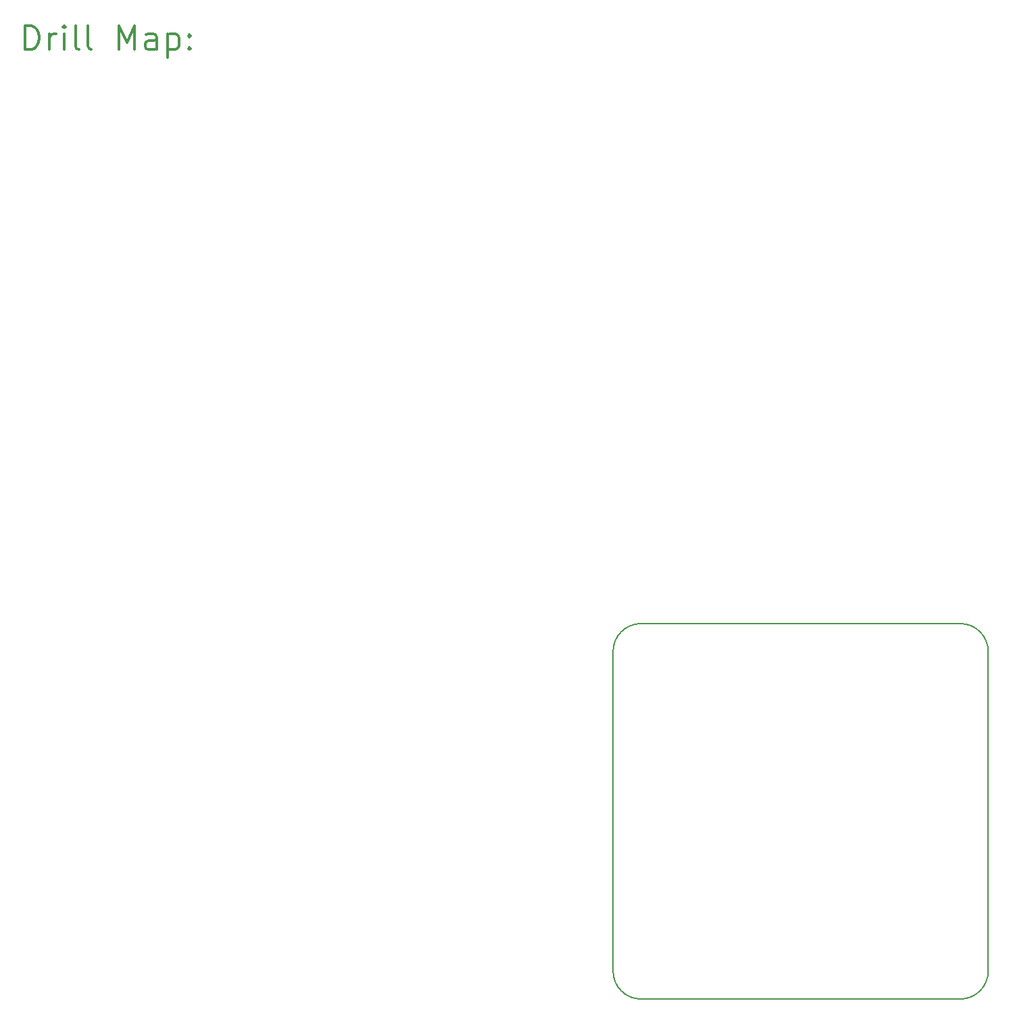
<source format=gbr>
%FSLAX45Y45*%
G04 Gerber Fmt 4.5, Leading zero omitted, Abs format (unit mm)*
G04 Created by KiCad (PCBNEW (5.1.5)-2) date 2020-02-05 02:18:23*
%MOMM*%
%LPD*%
G04 APERTURE LIST*
%TA.AperFunction,Profile*%
%ADD10C,0.150000*%
%TD*%
%ADD11C,0.200000*%
%ADD12C,0.300000*%
G04 APERTURE END LIST*
D10*
X12350000Y-12000000D02*
G75*
G02X12000000Y-12350000I-350000J0D01*
G01*
X8000000Y-12350000D02*
G75*
G02X7650000Y-12000000I0J350000D01*
G01*
X12000000Y-7650000D02*
G75*
G02X12350000Y-8000000I0J-350000D01*
G01*
X7650000Y-8000000D02*
G75*
G02X8000000Y-7650000I350000J0D01*
G01*
X7650000Y-8000000D02*
X7650000Y-12000000D01*
X12000000Y-7650000D02*
X8000000Y-7650000D01*
X12350000Y-12000000D02*
X12350000Y-8000000D01*
X8000000Y-12350000D02*
X12000000Y-12350000D01*
D11*
D12*
X286429Y-465714D02*
X286429Y-165714D01*
X357857Y-165714D01*
X400714Y-180000D01*
X429286Y-208571D01*
X443571Y-237143D01*
X457857Y-294286D01*
X457857Y-337143D01*
X443571Y-394286D01*
X429286Y-422857D01*
X400714Y-451428D01*
X357857Y-465714D01*
X286429Y-465714D01*
X586429Y-465714D02*
X586429Y-265714D01*
X586429Y-322857D02*
X600714Y-294286D01*
X615000Y-280000D01*
X643571Y-265714D01*
X672143Y-265714D01*
X772143Y-465714D02*
X772143Y-265714D01*
X772143Y-165714D02*
X757857Y-180000D01*
X772143Y-194286D01*
X786428Y-180000D01*
X772143Y-165714D01*
X772143Y-194286D01*
X957857Y-465714D02*
X929286Y-451428D01*
X915000Y-422857D01*
X915000Y-165714D01*
X1115000Y-465714D02*
X1086429Y-451428D01*
X1072143Y-422857D01*
X1072143Y-165714D01*
X1457857Y-465714D02*
X1457857Y-165714D01*
X1557857Y-380000D01*
X1657857Y-165714D01*
X1657857Y-465714D01*
X1929286Y-465714D02*
X1929286Y-308571D01*
X1915000Y-280000D01*
X1886428Y-265714D01*
X1829286Y-265714D01*
X1800714Y-280000D01*
X1929286Y-451428D02*
X1900714Y-465714D01*
X1829286Y-465714D01*
X1800714Y-451428D01*
X1786428Y-422857D01*
X1786428Y-394286D01*
X1800714Y-365714D01*
X1829286Y-351428D01*
X1900714Y-351428D01*
X1929286Y-337143D01*
X2072143Y-265714D02*
X2072143Y-565714D01*
X2072143Y-280000D02*
X2100714Y-265714D01*
X2157857Y-265714D01*
X2186429Y-280000D01*
X2200714Y-294286D01*
X2215000Y-322857D01*
X2215000Y-408571D01*
X2200714Y-437143D01*
X2186429Y-451428D01*
X2157857Y-465714D01*
X2100714Y-465714D01*
X2072143Y-451428D01*
X2343571Y-437143D02*
X2357857Y-451428D01*
X2343571Y-465714D01*
X2329286Y-451428D01*
X2343571Y-437143D01*
X2343571Y-465714D01*
X2343571Y-280000D02*
X2357857Y-294286D01*
X2343571Y-308571D01*
X2329286Y-294286D01*
X2343571Y-280000D01*
X2343571Y-308571D01*
M02*

</source>
